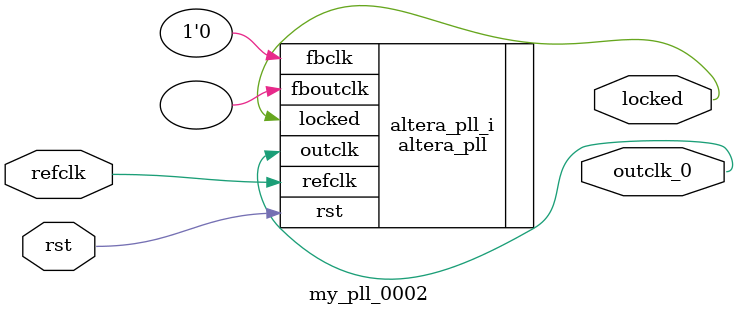
<source format=v>
`timescale 1ns/10ps
module  my_pll_0002(

	// interface 'refclk'
	input wire refclk,

	// interface 'reset'
	input wire rst,

	// interface 'outclk0'
	output wire outclk_0,

	// interface 'locked'
	output wire locked
);

	altera_pll #(
		.fractional_vco_multiplier("false"),
		.reference_clock_frequency("50.0 MHz"),
		.operation_mode("normal"),
		.number_of_clocks(1),
		.output_clock_frequency0("250.000000 MHz"),
		.phase_shift0("0 ps"),
		.duty_cycle0(50),
		.output_clock_frequency1("0 MHz"),
		.phase_shift1("0 ps"),
		.duty_cycle1(50),
		.output_clock_frequency2("0 MHz"),
		.phase_shift2("0 ps"),
		.duty_cycle2(50),
		.output_clock_frequency3("0 MHz"),
		.phase_shift3("0 ps"),
		.duty_cycle3(50),
		.output_clock_frequency4("0 MHz"),
		.phase_shift4("0 ps"),
		.duty_cycle4(50),
		.output_clock_frequency5("0 MHz"),
		.phase_shift5("0 ps"),
		.duty_cycle5(50),
		.output_clock_frequency6("0 MHz"),
		.phase_shift6("0 ps"),
		.duty_cycle6(50),
		.output_clock_frequency7("0 MHz"),
		.phase_shift7("0 ps"),
		.duty_cycle7(50),
		.output_clock_frequency8("0 MHz"),
		.phase_shift8("0 ps"),
		.duty_cycle8(50),
		.output_clock_frequency9("0 MHz"),
		.phase_shift9("0 ps"),
		.duty_cycle9(50),
		.output_clock_frequency10("0 MHz"),
		.phase_shift10("0 ps"),
		.duty_cycle10(50),
		.output_clock_frequency11("0 MHz"),
		.phase_shift11("0 ps"),
		.duty_cycle11(50),
		.output_clock_frequency12("0 MHz"),
		.phase_shift12("0 ps"),
		.duty_cycle12(50),
		.output_clock_frequency13("0 MHz"),
		.phase_shift13("0 ps"),
		.duty_cycle13(50),
		.output_clock_frequency14("0 MHz"),
		.phase_shift14("0 ps"),
		.duty_cycle14(50),
		.output_clock_frequency15("0 MHz"),
		.phase_shift15("0 ps"),
		.duty_cycle15(50),
		.output_clock_frequency16("0 MHz"),
		.phase_shift16("0 ps"),
		.duty_cycle16(50),
		.output_clock_frequency17("0 MHz"),
		.phase_shift17("0 ps"),
		.duty_cycle17(50),
		.pll_type("General"),
		.pll_subtype("General")
	) altera_pll_i (
		.rst	(rst),
		.outclk	({outclk_0}),
		.locked	(locked),
		.fboutclk	( ),
		.fbclk	(1'b0),
		.refclk	(refclk)
	);
endmodule


</source>
